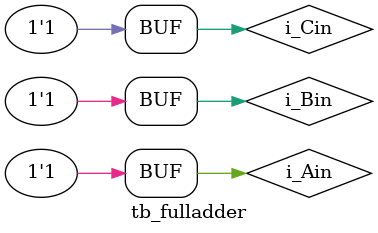
<source format=v>
`timescale 1ns / 1ps


    module tb_fulladder();
        
       reg i_Ain=0;
       reg i_Bin=0;
       reg i_Cin=0;
       wire  o_Sum;
       wire  o_Carry;
        
        full_adder dut (
             .i_Ain    (i_Ain),
             .i_Bin    (i_Bin), 
             .i_Cin    (i_Cin),
             .o_Sum    (o_Sum), 
             .o_Carry  (o_Carry) 
            );
            
        initial begin
        
            i_Ain=0;
            i_Bin=0;
            i_Cin=1;
            #10;

            i_Ain=0;
            i_Bin=1;
            i_Cin=0;
            #10;
            
            i_Ain=1;
            i_Bin=0;
            i_Cin=0;
            #10;
            
            
            i_Ain=1;
            i_Bin=1;
            i_Cin=0;
            #10;

            i_Ain=0;
            i_Bin=1;
            i_Cin=1;
            #10;
            
            i_Ain=1;
            i_Bin=1;
            i_Cin=1;
            #10;
                    
        end
        

endmodule

</source>
